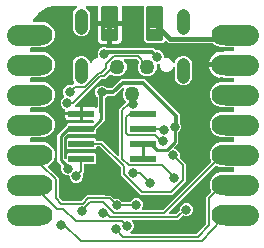
<source format=gbr>
G04 EAGLE Gerber RS-274X export*
G75*
%MOMM*%
%FSLAX34Y34*%
%LPD*%
%INBottom Copper*%
%IPPOS*%
%AMOC8*
5,1,8,0,0,1.08239X$1,22.5*%
G01*
%ADD10C,1.270000*%
%ADD11C,1.108000*%
%ADD12C,1.778000*%
%ADD13C,1.778000*%
%ADD14R,2.200000X0.600000*%
%ADD15C,0.375000*%
%ADD16C,0.800100*%
%ADD17C,0.304800*%
%ADD18C,0.177800*%
%ADD19C,0.203200*%
%ADD20C,0.254000*%
%ADD21C,0.152400*%
%ADD22C,0.406400*%

G36*
X114236Y31128D02*
X114236Y31128D01*
X114324Y31131D01*
X114376Y31148D01*
X114431Y31156D01*
X114511Y31191D01*
X114594Y31218D01*
X114633Y31246D01*
X114691Y31272D01*
X114804Y31368D01*
X114868Y31413D01*
X155612Y72158D01*
X155613Y72159D01*
X155614Y72160D01*
X155700Y72274D01*
X155783Y72385D01*
X155784Y72386D01*
X155785Y72388D01*
X155836Y72523D01*
X155884Y72651D01*
X155884Y72652D01*
X155885Y72654D01*
X155896Y72795D01*
X155908Y72934D01*
X155908Y72935D01*
X155908Y72937D01*
X155904Y72953D01*
X155852Y73213D01*
X155838Y73240D01*
X155832Y73264D01*
X154685Y76033D01*
X154685Y80177D01*
X156271Y84005D01*
X159200Y86934D01*
X163028Y88520D01*
X174244Y88520D01*
X174302Y88528D01*
X174360Y88526D01*
X174442Y88548D01*
X174526Y88560D01*
X174579Y88583D01*
X174635Y88598D01*
X174708Y88641D01*
X174785Y88676D01*
X174830Y88714D01*
X174880Y88743D01*
X174938Y88805D01*
X175002Y88859D01*
X175034Y88908D01*
X175074Y88951D01*
X175113Y89026D01*
X175160Y89096D01*
X175177Y89152D01*
X175204Y89204D01*
X175215Y89272D01*
X175245Y89367D01*
X175248Y89467D01*
X175259Y89535D01*
X175259Y92075D01*
X175251Y92133D01*
X175253Y92191D01*
X175231Y92273D01*
X175219Y92357D01*
X175196Y92410D01*
X175181Y92466D01*
X175138Y92539D01*
X175103Y92616D01*
X175065Y92661D01*
X175036Y92711D01*
X174974Y92769D01*
X174920Y92833D01*
X174871Y92865D01*
X174828Y92905D01*
X174753Y92944D01*
X174683Y92991D01*
X174627Y93008D01*
X174575Y93035D01*
X174507Y93046D01*
X174412Y93076D01*
X174312Y93079D01*
X174244Y93090D01*
X163028Y93090D01*
X159200Y94676D01*
X156271Y97605D01*
X154685Y101433D01*
X154685Y105577D01*
X156271Y109405D01*
X159200Y112334D01*
X163028Y113920D01*
X174244Y113920D01*
X174302Y113928D01*
X174360Y113926D01*
X174442Y113948D01*
X174526Y113960D01*
X174579Y113983D01*
X174635Y113998D01*
X174708Y114041D01*
X174785Y114076D01*
X174830Y114114D01*
X174880Y114143D01*
X174938Y114205D01*
X175002Y114259D01*
X175034Y114308D01*
X175074Y114351D01*
X175113Y114426D01*
X175160Y114496D01*
X175177Y114552D01*
X175204Y114604D01*
X175215Y114672D01*
X175245Y114767D01*
X175248Y114867D01*
X175259Y114935D01*
X175259Y117475D01*
X175251Y117533D01*
X175253Y117591D01*
X175231Y117673D01*
X175219Y117757D01*
X175196Y117810D01*
X175181Y117866D01*
X175138Y117939D01*
X175103Y118016D01*
X175065Y118061D01*
X175036Y118111D01*
X174974Y118169D01*
X174920Y118233D01*
X174871Y118265D01*
X174828Y118305D01*
X174753Y118344D01*
X174683Y118391D01*
X174627Y118408D01*
X174575Y118435D01*
X174507Y118446D01*
X174412Y118476D01*
X174312Y118479D01*
X174244Y118490D01*
X163028Y118490D01*
X159200Y120076D01*
X156271Y123005D01*
X154685Y126833D01*
X154685Y130977D01*
X156271Y134805D01*
X159200Y137734D01*
X163028Y139320D01*
X174244Y139320D01*
X174302Y139328D01*
X174360Y139326D01*
X174442Y139348D01*
X174526Y139360D01*
X174579Y139383D01*
X174635Y139398D01*
X174708Y139441D01*
X174785Y139476D01*
X174830Y139514D01*
X174880Y139543D01*
X174938Y139605D01*
X175002Y139659D01*
X175034Y139708D01*
X175074Y139751D01*
X175113Y139826D01*
X175160Y139896D01*
X175177Y139952D01*
X175204Y140004D01*
X175215Y140072D01*
X175245Y140167D01*
X175248Y140267D01*
X175259Y140335D01*
X175259Y141859D01*
X175251Y141917D01*
X175253Y141975D01*
X175231Y142057D01*
X175219Y142141D01*
X175196Y142194D01*
X175181Y142250D01*
X175138Y142323D01*
X175103Y142400D01*
X175065Y142445D01*
X175036Y142495D01*
X174974Y142553D01*
X174920Y142617D01*
X174871Y142649D01*
X174828Y142689D01*
X174753Y142728D01*
X174683Y142775D01*
X174627Y142792D01*
X174575Y142819D01*
X174507Y142830D01*
X174412Y142860D01*
X174312Y142863D01*
X174244Y142874D01*
X168010Y142874D01*
X167164Y143008D01*
X166880Y143013D01*
X166862Y143008D01*
X166846Y143008D01*
X166677Y142982D01*
X166593Y143043D01*
X166575Y143049D01*
X166555Y143062D01*
X166284Y143148D01*
X166279Y143148D01*
X166275Y143149D01*
X166233Y143156D01*
X164446Y143736D01*
X164438Y143738D01*
X164400Y143750D01*
X164277Y143792D01*
X164264Y143793D01*
X164252Y143797D01*
X164123Y143800D01*
X163993Y143807D01*
X163980Y143804D01*
X163968Y143804D01*
X163843Y143771D01*
X163716Y143742D01*
X163705Y143735D01*
X163693Y143732D01*
X163581Y143666D01*
X163468Y143603D01*
X163459Y143594D01*
X163448Y143587D01*
X163360Y143493D01*
X163268Y143400D01*
X163262Y143389D01*
X163254Y143380D01*
X163195Y143264D01*
X163133Y143150D01*
X163130Y143138D01*
X163124Y143127D01*
X163114Y143064D01*
X163110Y143047D01*
X162423Y143156D01*
X160712Y143712D01*
X159109Y144529D01*
X157653Y145586D01*
X156381Y146858D01*
X155324Y148314D01*
X154507Y149917D01*
X153951Y151628D01*
X153848Y152274D01*
X164084Y152274D01*
X164142Y152282D01*
X164200Y152280D01*
X164282Y152302D01*
X164365Y152314D01*
X164419Y152338D01*
X164475Y152352D01*
X164548Y152395D01*
X164625Y152430D01*
X164669Y152468D01*
X164720Y152498D01*
X164777Y152559D01*
X164842Y152614D01*
X164874Y152662D01*
X164914Y152705D01*
X164953Y152780D01*
X164999Y152850D01*
X165017Y152906D01*
X165044Y152958D01*
X165055Y153026D01*
X165085Y153121D01*
X165088Y153221D01*
X165099Y153289D01*
X165099Y155321D01*
X165091Y155379D01*
X165092Y155437D01*
X165071Y155519D01*
X165059Y155602D01*
X165035Y155656D01*
X165021Y155712D01*
X164978Y155785D01*
X164943Y155862D01*
X164905Y155907D01*
X164875Y155957D01*
X164814Y156015D01*
X164759Y156079D01*
X164711Y156111D01*
X164668Y156151D01*
X164593Y156190D01*
X164523Y156236D01*
X164467Y156254D01*
X164415Y156281D01*
X164347Y156292D01*
X164252Y156322D01*
X164152Y156325D01*
X164084Y156336D01*
X153848Y156336D01*
X153951Y156982D01*
X154507Y158693D01*
X155324Y160296D01*
X156381Y161752D01*
X157653Y163024D01*
X159109Y164081D01*
X160712Y164898D01*
X162423Y165454D01*
X163104Y165562D01*
X163109Y165533D01*
X163114Y165521D01*
X163116Y165509D01*
X163172Y165392D01*
X163225Y165274D01*
X163233Y165264D01*
X163239Y165252D01*
X163325Y165155D01*
X163409Y165057D01*
X163419Y165050D01*
X163428Y165040D01*
X163537Y164971D01*
X163645Y164899D01*
X163657Y164895D01*
X163668Y164888D01*
X163792Y164853D01*
X163916Y164813D01*
X163929Y164813D01*
X163941Y164809D01*
X164070Y164809D01*
X164200Y164806D01*
X164213Y164809D01*
X164225Y164809D01*
X164286Y164828D01*
X164475Y164878D01*
X164495Y164890D01*
X166233Y165454D01*
X166275Y165461D01*
X166390Y165496D01*
X166507Y165527D01*
X166526Y165538D01*
X166547Y165544D01*
X166648Y165610D01*
X166678Y165628D01*
X166846Y165602D01*
X167130Y165597D01*
X167148Y165602D01*
X167164Y165602D01*
X168010Y165736D01*
X174244Y165736D01*
X174302Y165744D01*
X174360Y165742D01*
X174442Y165764D01*
X174526Y165776D01*
X174579Y165799D01*
X174635Y165814D01*
X174708Y165857D01*
X174785Y165892D01*
X174830Y165930D01*
X174880Y165959D01*
X174938Y166021D01*
X175002Y166075D01*
X175034Y166124D01*
X175074Y166167D01*
X175113Y166242D01*
X175160Y166312D01*
X175177Y166368D01*
X175204Y166420D01*
X175215Y166488D01*
X175245Y166583D01*
X175248Y166683D01*
X175259Y166751D01*
X175259Y168275D01*
X175251Y168333D01*
X175253Y168391D01*
X175231Y168473D01*
X175219Y168557D01*
X175196Y168610D01*
X175181Y168666D01*
X175138Y168739D01*
X175103Y168816D01*
X175065Y168861D01*
X175036Y168911D01*
X174974Y168969D01*
X174920Y169033D01*
X174871Y169065D01*
X174828Y169105D01*
X174753Y169144D01*
X174683Y169191D01*
X174627Y169208D01*
X174575Y169235D01*
X174507Y169246D01*
X174412Y169276D01*
X174312Y169279D01*
X174244Y169290D01*
X163028Y169290D01*
X159200Y170876D01*
X157527Y172549D01*
X157458Y172601D01*
X157394Y172661D01*
X157344Y172687D01*
X157300Y172720D01*
X157219Y172751D01*
X157141Y172791D01*
X157093Y172799D01*
X157035Y172821D01*
X156887Y172833D01*
X156810Y172846D01*
X121192Y172846D01*
X121184Y172845D01*
X121177Y172846D01*
X119706Y172825D01*
X118666Y173865D01*
X118659Y173870D01*
X118655Y173876D01*
X118104Y174411D01*
X118063Y174441D01*
X118027Y174478D01*
X117948Y174525D01*
X117874Y174579D01*
X117826Y174596D01*
X117782Y174622D01*
X117693Y174645D01*
X117607Y174676D01*
X117556Y174679D01*
X117507Y174692D01*
X117415Y174689D01*
X117323Y174695D01*
X117273Y174685D01*
X117222Y174683D01*
X117135Y174655D01*
X117046Y174635D01*
X117000Y174611D01*
X116952Y174596D01*
X116893Y174553D01*
X116795Y174501D01*
X116731Y174438D01*
X116679Y174401D01*
X114983Y172705D01*
X100917Y172705D01*
X98925Y174697D01*
X98925Y203454D01*
X98917Y203512D01*
X98919Y203570D01*
X98897Y203652D01*
X98885Y203736D01*
X98862Y203789D01*
X98847Y203845D01*
X98804Y203918D01*
X98769Y203995D01*
X98731Y204040D01*
X98702Y204090D01*
X98640Y204148D01*
X98586Y204212D01*
X98537Y204244D01*
X98494Y204284D01*
X98419Y204323D01*
X98349Y204370D01*
X98293Y204387D01*
X98241Y204414D01*
X98173Y204425D01*
X98078Y204455D01*
X97978Y204458D01*
X97910Y204469D01*
X80803Y204469D01*
X80755Y204462D01*
X80706Y204465D01*
X80615Y204443D01*
X80522Y204429D01*
X80477Y204409D01*
X80430Y204398D01*
X80348Y204352D01*
X80262Y204313D01*
X80225Y204282D01*
X80183Y204258D01*
X80117Y204190D01*
X80045Y204130D01*
X80018Y204089D01*
X79984Y204054D01*
X79940Y203971D01*
X79888Y203893D01*
X79873Y203846D01*
X79850Y203803D01*
X79830Y203711D01*
X79802Y203622D01*
X79801Y203573D01*
X79790Y203525D01*
X79797Y203451D01*
X79795Y203338D01*
X79816Y203254D01*
X79822Y203191D01*
X79891Y202936D01*
X79891Y191261D01*
X70866Y191261D01*
X70808Y191253D01*
X70750Y191254D01*
X70668Y191233D01*
X70585Y191221D01*
X70531Y191197D01*
X70475Y191183D01*
X70402Y191140D01*
X70325Y191105D01*
X70281Y191067D01*
X70230Y191037D01*
X70173Y190976D01*
X70108Y190921D01*
X70076Y190873D01*
X70036Y190830D01*
X69997Y190755D01*
X69951Y190685D01*
X69933Y190629D01*
X69906Y190577D01*
X69895Y190509D01*
X69865Y190414D01*
X69862Y190314D01*
X69851Y190246D01*
X69851Y189229D01*
X69849Y189229D01*
X69849Y190246D01*
X69841Y190304D01*
X69842Y190362D01*
X69821Y190444D01*
X69809Y190527D01*
X69785Y190581D01*
X69771Y190637D01*
X69728Y190710D01*
X69693Y190787D01*
X69655Y190831D01*
X69625Y190882D01*
X69564Y190939D01*
X69509Y191004D01*
X69461Y191036D01*
X69418Y191076D01*
X69343Y191115D01*
X69273Y191161D01*
X69217Y191179D01*
X69165Y191206D01*
X69097Y191217D01*
X69002Y191247D01*
X68902Y191250D01*
X68834Y191261D01*
X59809Y191261D01*
X59809Y202936D01*
X59878Y203191D01*
X59883Y203240D01*
X59898Y203286D01*
X59901Y203380D01*
X59912Y203473D01*
X59904Y203522D01*
X59905Y203570D01*
X59882Y203661D01*
X59867Y203754D01*
X59846Y203798D01*
X59834Y203845D01*
X59786Y203926D01*
X59746Y204011D01*
X59713Y204048D01*
X59688Y204090D01*
X59620Y204154D01*
X59558Y204225D01*
X59517Y204251D01*
X59481Y204284D01*
X59398Y204327D01*
X59318Y204378D01*
X59271Y204392D01*
X59228Y204414D01*
X59155Y204426D01*
X59046Y204458D01*
X58959Y204459D01*
X58897Y204469D01*
X50383Y204469D01*
X50354Y204465D01*
X50325Y204468D01*
X50213Y204445D01*
X50101Y204429D01*
X50075Y204417D01*
X50046Y204412D01*
X49945Y204359D01*
X49842Y204313D01*
X49820Y204294D01*
X49793Y204281D01*
X49711Y204203D01*
X49625Y204130D01*
X49609Y204105D01*
X49587Y204085D01*
X49530Y203987D01*
X49467Y203893D01*
X49458Y203865D01*
X49444Y203840D01*
X49416Y203730D01*
X49382Y203622D01*
X49381Y203592D01*
X49374Y203564D01*
X49377Y203451D01*
X49374Y203338D01*
X49382Y203309D01*
X49383Y203280D01*
X49417Y203172D01*
X49446Y203063D01*
X49461Y203037D01*
X49470Y203009D01*
X49516Y202946D01*
X49591Y202818D01*
X49637Y202775D01*
X49665Y202736D01*
X51689Y200712D01*
X52765Y198115D01*
X52765Y184225D01*
X51689Y181628D01*
X49702Y179641D01*
X47105Y178565D01*
X44295Y178565D01*
X41698Y179641D01*
X39711Y181628D01*
X38635Y184225D01*
X38635Y198115D01*
X39711Y200712D01*
X41735Y202736D01*
X41753Y202760D01*
X41775Y202779D01*
X41838Y202873D01*
X41906Y202963D01*
X41916Y202991D01*
X41933Y203015D01*
X41967Y203123D01*
X42007Y203229D01*
X42010Y203258D01*
X42018Y203286D01*
X42021Y203400D01*
X42031Y203512D01*
X42025Y203541D01*
X42026Y203570D01*
X41997Y203680D01*
X41975Y203791D01*
X41961Y203817D01*
X41954Y203845D01*
X41896Y203943D01*
X41844Y204043D01*
X41824Y204065D01*
X41809Y204090D01*
X41726Y204167D01*
X41648Y204249D01*
X41623Y204264D01*
X41601Y204284D01*
X41501Y204336D01*
X41403Y204393D01*
X41374Y204400D01*
X41348Y204414D01*
X41271Y204427D01*
X41127Y204463D01*
X41065Y204461D01*
X41017Y204469D01*
X25400Y204469D01*
X25356Y204463D01*
X25320Y204466D01*
X21903Y204197D01*
X21794Y204173D01*
X21713Y204161D01*
X21699Y204155D01*
X21669Y204151D01*
X15169Y202039D01*
X14914Y201914D01*
X14900Y201901D01*
X14886Y201895D01*
X9357Y197877D01*
X9153Y197680D01*
X9144Y197664D01*
X9133Y197653D01*
X5115Y192124D01*
X4982Y191873D01*
X4978Y191855D01*
X4971Y191841D01*
X4844Y191449D01*
X4831Y191375D01*
X4808Y191303D01*
X4806Y191235D01*
X4795Y191169D01*
X4803Y191094D01*
X4801Y191019D01*
X4818Y190953D01*
X4825Y190886D01*
X4854Y190816D01*
X4873Y190744D01*
X4907Y190686D01*
X4933Y190623D01*
X4979Y190564D01*
X5018Y190499D01*
X5067Y190453D01*
X5109Y190400D01*
X5170Y190356D01*
X5225Y190305D01*
X5285Y190274D01*
X5340Y190235D01*
X5411Y190210D01*
X5478Y190175D01*
X5535Y190166D01*
X5608Y190140D01*
X5734Y190132D01*
X5809Y190120D01*
X14772Y190120D01*
X18600Y188534D01*
X21529Y185605D01*
X23115Y181777D01*
X23115Y177633D01*
X21529Y173805D01*
X18600Y170876D01*
X14772Y169290D01*
X3556Y169290D01*
X3498Y169282D01*
X3440Y169284D01*
X3358Y169262D01*
X3274Y169250D01*
X3221Y169227D01*
X3165Y169212D01*
X3092Y169169D01*
X3015Y169134D01*
X2970Y169096D01*
X2920Y169067D01*
X2862Y169005D01*
X2798Y168951D01*
X2766Y168902D01*
X2726Y168859D01*
X2687Y168784D01*
X2640Y168714D01*
X2623Y168658D01*
X2596Y168606D01*
X2585Y168538D01*
X2555Y168443D01*
X2552Y168343D01*
X2541Y168275D01*
X2541Y165735D01*
X2549Y165677D01*
X2547Y165619D01*
X2569Y165537D01*
X2581Y165453D01*
X2604Y165400D01*
X2619Y165344D01*
X2662Y165271D01*
X2697Y165194D01*
X2735Y165149D01*
X2764Y165099D01*
X2826Y165041D01*
X2880Y164977D01*
X2929Y164945D01*
X2972Y164905D01*
X3047Y164866D01*
X3117Y164819D01*
X3173Y164802D01*
X3225Y164775D01*
X3293Y164764D01*
X3388Y164734D01*
X3488Y164731D01*
X3556Y164720D01*
X14772Y164720D01*
X18600Y163134D01*
X21529Y160205D01*
X23115Y156377D01*
X23115Y152233D01*
X21529Y148405D01*
X18600Y145476D01*
X14772Y143890D01*
X3556Y143890D01*
X3498Y143882D01*
X3440Y143884D01*
X3358Y143862D01*
X3274Y143850D01*
X3221Y143827D01*
X3165Y143812D01*
X3092Y143769D01*
X3015Y143734D01*
X2970Y143696D01*
X2920Y143667D01*
X2862Y143605D01*
X2798Y143551D01*
X2766Y143502D01*
X2726Y143459D01*
X2687Y143384D01*
X2640Y143314D01*
X2623Y143258D01*
X2596Y143206D01*
X2585Y143138D01*
X2555Y143043D01*
X2552Y142943D01*
X2541Y142875D01*
X2541Y140335D01*
X2549Y140277D01*
X2547Y140219D01*
X2569Y140137D01*
X2581Y140053D01*
X2604Y140000D01*
X2619Y139944D01*
X2662Y139871D01*
X2697Y139794D01*
X2735Y139749D01*
X2764Y139699D01*
X2826Y139641D01*
X2880Y139577D01*
X2929Y139545D01*
X2972Y139505D01*
X3047Y139466D01*
X3117Y139419D01*
X3173Y139402D01*
X3225Y139375D01*
X3293Y139364D01*
X3388Y139334D01*
X3488Y139331D01*
X3556Y139320D01*
X14772Y139320D01*
X18600Y137734D01*
X21529Y134805D01*
X23115Y130977D01*
X23115Y126833D01*
X21529Y123005D01*
X18600Y120076D01*
X14772Y118490D01*
X3556Y118490D01*
X3498Y118482D01*
X3440Y118484D01*
X3358Y118462D01*
X3274Y118450D01*
X3221Y118427D01*
X3165Y118412D01*
X3092Y118369D01*
X3015Y118334D01*
X2970Y118296D01*
X2920Y118267D01*
X2862Y118205D01*
X2798Y118151D01*
X2766Y118102D01*
X2726Y118059D01*
X2687Y117984D01*
X2640Y117914D01*
X2623Y117858D01*
X2596Y117806D01*
X2585Y117738D01*
X2555Y117643D01*
X2552Y117543D01*
X2541Y117475D01*
X2541Y114935D01*
X2549Y114877D01*
X2547Y114819D01*
X2569Y114737D01*
X2581Y114653D01*
X2604Y114600D01*
X2619Y114544D01*
X2662Y114471D01*
X2697Y114394D01*
X2735Y114349D01*
X2764Y114299D01*
X2826Y114241D01*
X2880Y114177D01*
X2929Y114145D01*
X2972Y114105D01*
X3047Y114066D01*
X3117Y114019D01*
X3173Y114002D01*
X3225Y113975D01*
X3293Y113964D01*
X3388Y113934D01*
X3488Y113931D01*
X3556Y113920D01*
X14772Y113920D01*
X18600Y112334D01*
X21529Y109405D01*
X23115Y105577D01*
X23115Y101433D01*
X21529Y97605D01*
X18600Y94676D01*
X14772Y93090D01*
X3556Y93090D01*
X3498Y93082D01*
X3440Y93084D01*
X3358Y93062D01*
X3274Y93050D01*
X3221Y93027D01*
X3165Y93012D01*
X3092Y92969D01*
X3015Y92934D01*
X2970Y92896D01*
X2920Y92867D01*
X2862Y92805D01*
X2798Y92751D01*
X2766Y92702D01*
X2726Y92659D01*
X2687Y92584D01*
X2640Y92514D01*
X2623Y92458D01*
X2596Y92406D01*
X2585Y92338D01*
X2555Y92243D01*
X2552Y92143D01*
X2541Y92075D01*
X2541Y89535D01*
X2549Y89477D01*
X2547Y89419D01*
X2569Y89337D01*
X2581Y89253D01*
X2604Y89200D01*
X2619Y89144D01*
X2662Y89071D01*
X2697Y88994D01*
X2735Y88949D01*
X2764Y88899D01*
X2826Y88841D01*
X2880Y88777D01*
X2929Y88745D01*
X2972Y88705D01*
X3047Y88666D01*
X3117Y88619D01*
X3173Y88602D01*
X3225Y88575D01*
X3293Y88564D01*
X3388Y88534D01*
X3488Y88531D01*
X3556Y88520D01*
X14772Y88520D01*
X18600Y86934D01*
X21529Y84005D01*
X23115Y80177D01*
X23115Y76033D01*
X21529Y72205D01*
X18600Y69276D01*
X17831Y68958D01*
X17732Y68899D01*
X17630Y68846D01*
X17610Y68827D01*
X17586Y68813D01*
X17507Y68730D01*
X17424Y68650D01*
X17410Y68626D01*
X17391Y68606D01*
X17339Y68504D01*
X17280Y68405D01*
X17274Y68378D01*
X17261Y68354D01*
X17239Y68241D01*
X17210Y68130D01*
X17211Y68102D01*
X17206Y68075D01*
X17216Y67960D01*
X17219Y67846D01*
X17228Y67819D01*
X17230Y67792D01*
X17272Y67684D01*
X17307Y67575D01*
X17321Y67555D01*
X17332Y67526D01*
X17494Y67313D01*
X17502Y67302D01*
X17504Y67300D01*
X17504Y67299D01*
X26417Y58387D01*
X26417Y42822D01*
X26429Y42736D01*
X26432Y42648D01*
X26449Y42596D01*
X26457Y42541D01*
X26492Y42461D01*
X26519Y42378D01*
X26547Y42339D01*
X26573Y42281D01*
X26669Y42168D01*
X26677Y42157D01*
X26686Y42141D01*
X26692Y42135D01*
X26714Y42104D01*
X29404Y39414D01*
X29474Y39362D01*
X29538Y39302D01*
X29588Y39276D01*
X29632Y39243D01*
X29713Y39212D01*
X29791Y39172D01*
X29839Y39164D01*
X29897Y39142D01*
X30045Y39130D01*
X30122Y39117D01*
X45443Y39117D01*
X45529Y39129D01*
X45617Y39132D01*
X45669Y39149D01*
X45724Y39157D01*
X45804Y39192D01*
X45887Y39219D01*
X45926Y39247D01*
X45984Y39273D01*
X46097Y39369D01*
X46161Y39414D01*
X50435Y43689D01*
X65699Y43689D01*
X65700Y43688D01*
X65781Y43657D01*
X65859Y43617D01*
X65907Y43609D01*
X65965Y43587D01*
X66113Y43575D01*
X66190Y43562D01*
X70670Y43562D01*
X73270Y40962D01*
X73272Y40961D01*
X73272Y40959D01*
X73381Y40878D01*
X73497Y40791D01*
X73499Y40790D01*
X73500Y40789D01*
X73629Y40741D01*
X73763Y40690D01*
X73765Y40689D01*
X73766Y40689D01*
X73904Y40678D01*
X74046Y40666D01*
X74048Y40666D01*
X74050Y40666D01*
X74065Y40670D01*
X74325Y40722D01*
X74352Y40736D01*
X74377Y40742D01*
X74593Y40831D01*
X76791Y40831D01*
X78822Y39990D01*
X80447Y38365D01*
X80452Y38356D01*
X80453Y38355D01*
X80454Y38353D01*
X80558Y38256D01*
X80659Y38161D01*
X80660Y38160D01*
X80662Y38159D01*
X80789Y38093D01*
X80911Y38030D01*
X80913Y38030D01*
X80915Y38029D01*
X80932Y38026D01*
X81190Y37975D01*
X81221Y37978D01*
X81246Y37974D01*
X86565Y37974D01*
X86566Y37974D01*
X86568Y37974D01*
X86709Y37994D01*
X86846Y38014D01*
X86848Y38014D01*
X86849Y38014D01*
X86979Y38073D01*
X87106Y38130D01*
X87107Y38131D01*
X87108Y38132D01*
X87218Y38225D01*
X87323Y38313D01*
X87324Y38315D01*
X87325Y38316D01*
X87333Y38329D01*
X87480Y38550D01*
X87490Y38579D01*
X87503Y38601D01*
X87645Y38944D01*
X89199Y40498D01*
X91230Y41339D01*
X93428Y41339D01*
X95459Y40498D01*
X97013Y38944D01*
X97854Y36913D01*
X97854Y34715D01*
X96945Y32520D01*
X96916Y32408D01*
X96882Y32299D01*
X96881Y32271D01*
X96874Y32244D01*
X96877Y32130D01*
X96874Y32015D01*
X96881Y31988D01*
X96882Y31960D01*
X96917Y31851D01*
X96946Y31740D01*
X96960Y31716D01*
X96969Y31689D01*
X97033Y31594D01*
X97091Y31495D01*
X97112Y31476D01*
X97127Y31453D01*
X97215Y31379D01*
X97299Y31301D01*
X97323Y31288D01*
X97345Y31270D01*
X97449Y31224D01*
X97552Y31171D01*
X97576Y31167D01*
X97604Y31155D01*
X97868Y31118D01*
X97883Y31116D01*
X114150Y31116D01*
X114236Y31128D01*
G37*
%LPC*%
G36*
X95827Y44195D02*
X95827Y44195D01*
X79247Y60775D01*
X79247Y67339D01*
X79235Y67426D01*
X79232Y67513D01*
X79215Y67566D01*
X79207Y67621D01*
X79172Y67701D01*
X79145Y67784D01*
X79117Y67823D01*
X79091Y67880D01*
X78995Y67993D01*
X78950Y68057D01*
X62088Y84919D01*
X62018Y84971D01*
X61954Y85031D01*
X61905Y85057D01*
X61861Y85090D01*
X61779Y85121D01*
X61701Y85161D01*
X61654Y85169D01*
X61595Y85191D01*
X61448Y85203D01*
X61370Y85216D01*
X59295Y85216D01*
X59237Y85208D01*
X59179Y85210D01*
X59097Y85188D01*
X59013Y85176D01*
X58960Y85153D01*
X58904Y85138D01*
X58831Y85095D01*
X58754Y85060D01*
X58709Y85022D01*
X58659Y84993D01*
X58601Y84931D01*
X58537Y84877D01*
X58505Y84828D01*
X58465Y84785D01*
X58426Y84710D01*
X58379Y84640D01*
X58362Y84584D01*
X58335Y84532D01*
X58324Y84464D01*
X58294Y84369D01*
X58291Y84269D01*
X58280Y84201D01*
X58280Y83871D01*
X57387Y82978D01*
X34123Y82978D01*
X33230Y83871D01*
X33230Y91135D01*
X34123Y92028D01*
X57387Y92028D01*
X58280Y91135D01*
X58280Y90805D01*
X58288Y90747D01*
X58286Y90689D01*
X58308Y90607D01*
X58320Y90523D01*
X58343Y90470D01*
X58358Y90414D01*
X58401Y90341D01*
X58436Y90264D01*
X58474Y90219D01*
X58503Y90169D01*
X58565Y90111D01*
X58619Y90047D01*
X58668Y90015D01*
X58711Y89975D01*
X58786Y89936D01*
X58856Y89889D01*
X58912Y89872D01*
X58964Y89845D01*
X59032Y89834D01*
X59127Y89804D01*
X59227Y89801D01*
X59295Y89790D01*
X63685Y89790D01*
X76244Y77231D01*
X76268Y77213D01*
X76287Y77191D01*
X76381Y77128D01*
X76471Y77060D01*
X76499Y77049D01*
X76523Y77033D01*
X76631Y76999D01*
X76737Y76959D01*
X76766Y76956D01*
X76794Y76947D01*
X76908Y76944D01*
X77020Y76935D01*
X77049Y76941D01*
X77078Y76940D01*
X77188Y76969D01*
X77299Y76991D01*
X77325Y77005D01*
X77353Y77012D01*
X77451Y77070D01*
X77551Y77122D01*
X77573Y77142D01*
X77598Y77157D01*
X77675Y77240D01*
X77757Y77318D01*
X77772Y77343D01*
X77792Y77364D01*
X77844Y77465D01*
X77901Y77563D01*
X77908Y77591D01*
X77922Y77618D01*
X77935Y77695D01*
X77971Y77839D01*
X77969Y77901D01*
X77977Y77949D01*
X77977Y117078D01*
X79688Y118789D01*
X79689Y118789D01*
X83384Y122484D01*
X83419Y122531D01*
X83461Y122571D01*
X83504Y122644D01*
X83554Y122711D01*
X83575Y122766D01*
X83605Y122816D01*
X83626Y122898D01*
X83656Y122977D01*
X83661Y123035D01*
X83675Y123092D01*
X83672Y123176D01*
X83679Y123260D01*
X83668Y123318D01*
X83666Y123376D01*
X83640Y123456D01*
X83623Y123539D01*
X83596Y123591D01*
X83578Y123647D01*
X83538Y123703D01*
X83492Y123791D01*
X83424Y123864D01*
X83384Y123920D01*
X82224Y125079D01*
X81025Y127974D01*
X81025Y131106D01*
X81830Y133049D01*
X81851Y133132D01*
X81882Y133213D01*
X81887Y133269D01*
X81901Y133325D01*
X81898Y133410D01*
X81906Y133496D01*
X81894Y133552D01*
X81893Y133609D01*
X81867Y133690D01*
X81850Y133775D01*
X81824Y133825D01*
X81806Y133879D01*
X81758Y133951D01*
X81719Y134027D01*
X81680Y134068D01*
X81648Y134116D01*
X81582Y134171D01*
X81523Y134233D01*
X81474Y134262D01*
X81430Y134299D01*
X81352Y134333D01*
X81278Y134377D01*
X81223Y134391D01*
X81171Y134414D01*
X81085Y134426D01*
X81002Y134447D01*
X80945Y134445D01*
X80889Y134453D01*
X80804Y134441D01*
X80718Y134438D01*
X80664Y134420D01*
X80608Y134412D01*
X80529Y134377D01*
X80448Y134350D01*
X80407Y134322D01*
X80348Y134295D01*
X80238Y134201D01*
X80174Y134156D01*
X76244Y130226D01*
X76244Y130225D01*
X74161Y128142D01*
X68432Y128142D01*
X68345Y128130D01*
X68258Y128127D01*
X68205Y128110D01*
X68150Y128102D01*
X68070Y128067D01*
X67987Y128040D01*
X67948Y128012D01*
X67891Y127986D01*
X67778Y127890D01*
X67714Y127845D01*
X66376Y126507D01*
X66286Y126470D01*
X66285Y126469D01*
X66284Y126469D01*
X66163Y126397D01*
X66042Y126325D01*
X66041Y126324D01*
X66039Y126323D01*
X65938Y126216D01*
X65846Y126119D01*
X65846Y126117D01*
X65845Y126116D01*
X65779Y125987D01*
X65716Y125866D01*
X65716Y125864D01*
X65715Y125863D01*
X65713Y125848D01*
X65661Y125587D01*
X65664Y125557D01*
X65660Y125532D01*
X65660Y113404D01*
X65651Y113392D01*
X65591Y113328D01*
X65565Y113279D01*
X65532Y113234D01*
X65501Y113153D01*
X65461Y113075D01*
X65453Y113027D01*
X65431Y112969D01*
X65419Y112821D01*
X65406Y112744D01*
X65406Y107046D01*
X58577Y100218D01*
X58525Y100148D01*
X58465Y100084D01*
X58439Y100035D01*
X58406Y99991D01*
X58375Y99909D01*
X58335Y99831D01*
X58327Y99783D01*
X58305Y99725D01*
X58293Y99577D01*
X58280Y99500D01*
X58280Y96571D01*
X57387Y95678D01*
X34646Y95678D01*
X34560Y95666D01*
X34472Y95663D01*
X34419Y95646D01*
X34365Y95638D01*
X34285Y95603D01*
X34202Y95576D01*
X34162Y95548D01*
X34105Y95522D01*
X33992Y95426D01*
X33928Y95381D01*
X31413Y92866D01*
X31361Y92796D01*
X31301Y92732D01*
X31275Y92683D01*
X31242Y92639D01*
X31211Y92557D01*
X31171Y92479D01*
X31163Y92431D01*
X31141Y92373D01*
X31129Y92225D01*
X31116Y92148D01*
X31116Y75111D01*
X31128Y75025D01*
X31131Y74937D01*
X31148Y74885D01*
X31156Y74830D01*
X31191Y74750D01*
X31218Y74667D01*
X31246Y74627D01*
X31272Y74570D01*
X31367Y74457D01*
X31413Y74393D01*
X31497Y74309D01*
X31521Y74292D01*
X31540Y74269D01*
X31634Y74206D01*
X31724Y74138D01*
X31752Y74128D01*
X31776Y74112D01*
X31884Y74077D01*
X31990Y74037D01*
X32019Y74035D01*
X32047Y74026D01*
X32160Y74023D01*
X32273Y74014D01*
X32302Y74019D01*
X32331Y74019D01*
X32441Y74047D01*
X32552Y74069D01*
X32578Y74083D01*
X32606Y74090D01*
X32704Y74148D01*
X32804Y74200D01*
X32826Y74221D01*
X32851Y74236D01*
X32928Y74318D01*
X33010Y74396D01*
X33025Y74421D01*
X33045Y74443D01*
X33097Y74544D01*
X33154Y74641D01*
X33161Y74670D01*
X33175Y74696D01*
X33188Y74773D01*
X33224Y74917D01*
X33222Y74979D01*
X33230Y75027D01*
X33230Y78435D01*
X34123Y79328D01*
X57387Y79328D01*
X58280Y78435D01*
X58280Y71171D01*
X57387Y70278D01*
X49057Y70278D01*
X48999Y70270D01*
X48941Y70272D01*
X48859Y70250D01*
X48775Y70238D01*
X48722Y70215D01*
X48666Y70200D01*
X48593Y70157D01*
X48516Y70122D01*
X48471Y70084D01*
X48421Y70055D01*
X48363Y69993D01*
X48299Y69939D01*
X48267Y69890D01*
X48227Y69847D01*
X48188Y69772D01*
X48141Y69702D01*
X48124Y69646D01*
X48097Y69594D01*
X48086Y69526D01*
X48056Y69431D01*
X48053Y69331D01*
X48042Y69263D01*
X48042Y63595D01*
X46992Y62546D01*
X46991Y62544D01*
X46990Y62543D01*
X46907Y62433D01*
X46821Y62318D01*
X46820Y62317D01*
X46819Y62316D01*
X46772Y62189D01*
X46720Y62053D01*
X46720Y62051D01*
X46719Y62050D01*
X46707Y61904D01*
X46696Y61769D01*
X46697Y61768D01*
X46696Y61766D01*
X46700Y61751D01*
X46752Y61491D01*
X46766Y61464D01*
X46772Y61439D01*
X46861Y61223D01*
X46861Y59025D01*
X46020Y56994D01*
X44466Y55440D01*
X42435Y54599D01*
X40237Y54599D01*
X38206Y55440D01*
X36652Y56994D01*
X35811Y59025D01*
X35811Y59754D01*
X35803Y59811D01*
X35804Y59870D01*
X35783Y59951D01*
X35771Y60035D01*
X35747Y60088D01*
X35732Y60145D01*
X35689Y60217D01*
X35655Y60294D01*
X35617Y60339D01*
X35587Y60389D01*
X35526Y60447D01*
X35471Y60511D01*
X35423Y60544D01*
X35380Y60584D01*
X35305Y60622D01*
X35235Y60669D01*
X35179Y60687D01*
X35127Y60713D01*
X35059Y60725D01*
X34964Y60755D01*
X34864Y60757D01*
X34796Y60769D01*
X32937Y60769D01*
X30906Y61610D01*
X29352Y63164D01*
X28511Y65195D01*
X28511Y67393D01*
X28836Y68179D01*
X28837Y68181D01*
X28838Y68182D01*
X28871Y68314D01*
X28907Y68454D01*
X28907Y68456D01*
X28908Y68457D01*
X28903Y68596D01*
X28899Y68738D01*
X28899Y68740D01*
X28899Y68742D01*
X28857Y68872D01*
X28812Y69009D01*
X28812Y69011D01*
X28811Y69012D01*
X28803Y69024D01*
X28654Y69245D01*
X28631Y69265D01*
X28616Y69285D01*
X25526Y72375D01*
X25526Y94884D01*
X32933Y102290D01*
X32985Y102360D01*
X33045Y102424D01*
X33071Y102473D01*
X33104Y102517D01*
X33135Y102599D01*
X33175Y102677D01*
X33183Y102725D01*
X33205Y102783D01*
X33217Y102931D01*
X33230Y103008D01*
X33230Y103835D01*
X34123Y104728D01*
X54762Y104728D01*
X54848Y104740D01*
X54936Y104743D01*
X54988Y104760D01*
X55043Y104768D01*
X55123Y104803D01*
X55206Y104830D01*
X55246Y104858D01*
X55303Y104884D01*
X55416Y104980D01*
X55480Y105025D01*
X56084Y105629D01*
X56101Y105653D01*
X56124Y105672D01*
X56187Y105766D01*
X56255Y105856D01*
X56265Y105884D01*
X56281Y105908D01*
X56316Y106016D01*
X56356Y106122D01*
X56358Y106151D01*
X56367Y106179D01*
X56370Y106293D01*
X56379Y106405D01*
X56374Y106434D01*
X56374Y106463D01*
X56346Y106573D01*
X56324Y106684D01*
X56310Y106710D01*
X56303Y106738D01*
X56245Y106836D01*
X56193Y106936D01*
X56172Y106958D01*
X56157Y106983D01*
X56075Y107060D01*
X55997Y107142D01*
X55972Y107157D01*
X55950Y107177D01*
X55849Y107229D01*
X55752Y107286D01*
X55723Y107293D01*
X55697Y107307D01*
X55620Y107320D01*
X55476Y107356D01*
X55414Y107354D01*
X55366Y107362D01*
X47254Y107362D01*
X47254Y112419D01*
X47246Y112477D01*
X47248Y112535D01*
X47226Y112617D01*
X47214Y112700D01*
X47191Y112754D01*
X47176Y112810D01*
X47133Y112883D01*
X47124Y112902D01*
X47155Y112948D01*
X47172Y113004D01*
X47199Y113056D01*
X47210Y113124D01*
X47240Y113219D01*
X47243Y113319D01*
X47254Y113387D01*
X47254Y118444D01*
X57089Y118444D01*
X57736Y118271D01*
X58039Y118095D01*
X58076Y118081D01*
X58108Y118059D01*
X58207Y118028D01*
X58303Y117989D01*
X58342Y117985D01*
X58379Y117973D01*
X58483Y117971D01*
X58586Y117960D01*
X58624Y117967D01*
X58663Y117966D01*
X58764Y117992D01*
X58866Y118010D01*
X58901Y118028D01*
X58938Y118038D01*
X59027Y118091D01*
X59120Y118137D01*
X59149Y118163D01*
X59183Y118183D01*
X59254Y118259D01*
X59330Y118328D01*
X59351Y118362D01*
X59377Y118390D01*
X59425Y118483D01*
X59479Y118571D01*
X59489Y118609D01*
X59507Y118643D01*
X59520Y118720D01*
X59554Y118845D01*
X59553Y118919D01*
X59562Y118974D01*
X59562Y126640D01*
X59550Y126727D01*
X59547Y126814D01*
X59530Y126867D01*
X59522Y126922D01*
X59487Y127002D01*
X59460Y127085D01*
X59432Y127124D01*
X59406Y127181D01*
X59310Y127294D01*
X59265Y127358D01*
X58562Y128061D01*
X57721Y130092D01*
X57721Y132290D01*
X58562Y134321D01*
X60116Y135875D01*
X62147Y136716D01*
X64345Y136716D01*
X66376Y135875D01*
X67714Y134537D01*
X67784Y134485D01*
X67847Y134425D01*
X67897Y134399D01*
X67941Y134366D01*
X68023Y134335D01*
X68101Y134295D01*
X68148Y134287D01*
X68207Y134265D01*
X68354Y134253D01*
X68432Y134240D01*
X71215Y134240D01*
X71301Y134252D01*
X71389Y134255D01*
X71441Y134272D01*
X71496Y134280D01*
X71576Y134315D01*
X71659Y134342D01*
X71698Y134370D01*
X71756Y134396D01*
X71869Y134492D01*
X71933Y134537D01*
X79509Y142114D01*
X99180Y142114D01*
X129033Y112261D01*
X129033Y105643D01*
X129045Y105556D01*
X129048Y105469D01*
X129065Y105416D01*
X129073Y105361D01*
X129108Y105281D01*
X129135Y105198D01*
X129163Y105159D01*
X129189Y105102D01*
X129285Y104988D01*
X129330Y104925D01*
X129398Y104857D01*
X130239Y102826D01*
X130239Y100628D01*
X129398Y98597D01*
X127806Y97005D01*
X127754Y96935D01*
X127694Y96872D01*
X127668Y96822D01*
X127635Y96778D01*
X127604Y96696D01*
X127564Y96618D01*
X127556Y96571D01*
X127534Y96512D01*
X127522Y96365D01*
X127509Y96287D01*
X127509Y87996D01*
X124352Y84840D01*
X124283Y84748D01*
X124209Y84660D01*
X124198Y84635D01*
X124182Y84613D01*
X124141Y84506D01*
X124094Y84401D01*
X124090Y84373D01*
X124080Y84347D01*
X124071Y84233D01*
X124055Y84119D01*
X124059Y84091D01*
X124057Y84064D01*
X124079Y83951D01*
X124096Y83838D01*
X124107Y83812D01*
X124113Y83785D01*
X124166Y83683D01*
X124213Y83579D01*
X124231Y83557D01*
X124244Y83533D01*
X124323Y83450D01*
X124397Y83362D01*
X124418Y83349D01*
X124439Y83327D01*
X124669Y83192D01*
X124682Y83184D01*
X126897Y82267D01*
X128451Y80712D01*
X129293Y78682D01*
X129293Y76484D01*
X129203Y76267D01*
X129203Y76266D01*
X129202Y76264D01*
X129168Y76132D01*
X129132Y75992D01*
X129132Y75990D01*
X129132Y75989D01*
X129136Y75841D01*
X129140Y75708D01*
X129141Y75706D01*
X129141Y75705D01*
X129185Y75569D01*
X129227Y75437D01*
X129228Y75436D01*
X129228Y75434D01*
X129237Y75422D01*
X129385Y75201D01*
X129409Y75181D01*
X129423Y75161D01*
X134367Y70217D01*
X134367Y55695D01*
X122867Y44195D01*
X95827Y44195D01*
G37*
%LPD*%
%LPC*%
G36*
X32214Y114402D02*
X32214Y114402D01*
X32214Y115810D01*
X32214Y115811D01*
X32214Y115813D01*
X32194Y115950D01*
X32174Y116091D01*
X32174Y116093D01*
X32174Y116094D01*
X32115Y116224D01*
X32058Y116351D01*
X32057Y116352D01*
X32056Y116353D01*
X31966Y116460D01*
X31875Y116568D01*
X31873Y116569D01*
X31872Y116570D01*
X31860Y116578D01*
X31638Y116725D01*
X31609Y116735D01*
X31588Y116748D01*
X30716Y117109D01*
X29161Y118663D01*
X28320Y120694D01*
X28320Y122892D01*
X29161Y124923D01*
X30716Y126477D01*
X30759Y126495D01*
X30857Y126553D01*
X30960Y126606D01*
X30980Y126625D01*
X31004Y126639D01*
X31082Y126723D01*
X31166Y126802D01*
X31180Y126826D01*
X31199Y126846D01*
X31251Y126948D01*
X31309Y127047D01*
X31316Y127074D01*
X31329Y127099D01*
X31351Y127212D01*
X31379Y127323D01*
X31379Y127351D01*
X31384Y127378D01*
X31374Y127492D01*
X31370Y127607D01*
X31362Y127633D01*
X31360Y127661D01*
X31318Y127768D01*
X31283Y127877D01*
X31268Y127898D01*
X31257Y127926D01*
X31096Y128139D01*
X31088Y128151D01*
X31063Y128176D01*
X30222Y130207D01*
X30222Y132405D01*
X31063Y134436D01*
X32617Y135990D01*
X34648Y136831D01*
X36846Y136831D01*
X37062Y136741D01*
X37064Y136741D01*
X37065Y136740D01*
X37196Y136707D01*
X37337Y136671D01*
X37339Y136671D01*
X37341Y136670D01*
X37482Y136675D01*
X37622Y136679D01*
X37623Y136679D01*
X37625Y136679D01*
X37763Y136724D01*
X37892Y136765D01*
X37894Y136766D01*
X37895Y136767D01*
X37908Y136776D01*
X38129Y136924D01*
X38148Y136947D01*
X38169Y136962D01*
X39655Y138448D01*
X39690Y138495D01*
X39733Y138535D01*
X39775Y138608D01*
X39826Y138675D01*
X39847Y138730D01*
X39876Y138781D01*
X39897Y138862D01*
X39927Y138941D01*
X39932Y138999D01*
X39946Y139056D01*
X39944Y139140D01*
X39951Y139224D01*
X39939Y139282D01*
X39937Y139340D01*
X39911Y139420D01*
X39895Y139503D01*
X39868Y139555D01*
X39850Y139611D01*
X39810Y139667D01*
X39764Y139755D01*
X39723Y139798D01*
X38635Y142425D01*
X38635Y156315D01*
X39711Y158912D01*
X41698Y160899D01*
X44295Y161975D01*
X47105Y161975D01*
X49702Y160899D01*
X51689Y158912D01*
X52713Y156439D01*
X52728Y156414D01*
X52737Y156386D01*
X52800Y156292D01*
X52858Y156194D01*
X52879Y156174D01*
X52896Y156150D01*
X52982Y156077D01*
X53065Y155999D01*
X53091Y155986D01*
X53113Y155967D01*
X53217Y155921D01*
X53317Y155869D01*
X53346Y155863D01*
X53373Y155851D01*
X53485Y155836D01*
X53596Y155814D01*
X53625Y155817D01*
X53654Y155813D01*
X53767Y155829D01*
X53879Y155839D01*
X53907Y155849D01*
X53936Y155853D01*
X54039Y155900D01*
X54145Y155941D01*
X54168Y155958D01*
X54195Y155970D01*
X54281Y156044D01*
X54371Y156112D01*
X54389Y156136D01*
X54411Y156155D01*
X54453Y156221D01*
X54542Y156340D01*
X54564Y156398D01*
X54589Y156439D01*
X55091Y157650D01*
X56720Y159279D01*
X58848Y160161D01*
X58939Y160161D01*
X59053Y160177D01*
X59167Y160187D01*
X59193Y160197D01*
X59220Y160201D01*
X59325Y160248D01*
X59432Y160289D01*
X59454Y160305D01*
X59480Y160317D01*
X59567Y160391D01*
X59659Y160460D01*
X59676Y160483D01*
X59697Y160500D01*
X59760Y160596D01*
X59829Y160688D01*
X59839Y160714D01*
X59854Y160737D01*
X59889Y160847D01*
X59929Y160954D01*
X59932Y160982D01*
X59940Y161008D01*
X59943Y161123D01*
X59952Y161237D01*
X59947Y161262D01*
X59947Y161292D01*
X59880Y161549D01*
X59877Y161565D01*
X59499Y162477D01*
X59499Y164675D01*
X60340Y166706D01*
X61894Y168260D01*
X63925Y169101D01*
X66123Y169101D01*
X67623Y168480D01*
X67653Y168472D01*
X67680Y168458D01*
X67758Y168445D01*
X67898Y168409D01*
X67962Y168411D01*
X68011Y168403D01*
X106927Y168403D01*
X108598Y166732D01*
X108668Y166679D01*
X108732Y166619D01*
X108781Y166594D01*
X108825Y166561D01*
X108907Y166530D01*
X108985Y166490D01*
X109032Y166482D01*
X109091Y166459D01*
X109239Y166447D01*
X109316Y166434D01*
X111208Y166434D01*
X113239Y165593D01*
X114793Y164039D01*
X115634Y162008D01*
X115634Y161176D01*
X115642Y161118D01*
X115641Y161060D01*
X115662Y160978D01*
X115674Y160894D01*
X115698Y160841D01*
X115713Y160785D01*
X115756Y160712D01*
X115790Y160635D01*
X115828Y160590D01*
X115858Y160540D01*
X115920Y160482D01*
X115974Y160418D01*
X116023Y160386D01*
X116065Y160346D01*
X116140Y160307D01*
X116211Y160260D01*
X116266Y160243D01*
X116318Y160216D01*
X116386Y160205D01*
X116482Y160175D01*
X116581Y160172D01*
X116649Y160161D01*
X118952Y160161D01*
X121080Y159279D01*
X122709Y157650D01*
X123211Y156439D01*
X123226Y156414D01*
X123235Y156386D01*
X123298Y156292D01*
X123355Y156194D01*
X123377Y156174D01*
X123393Y156150D01*
X123480Y156077D01*
X123562Y155999D01*
X123588Y155986D01*
X123610Y155967D01*
X123714Y155921D01*
X123815Y155869D01*
X123843Y155863D01*
X123870Y155851D01*
X123982Y155836D01*
X124094Y155814D01*
X124123Y155817D01*
X124152Y155813D01*
X124264Y155829D01*
X124377Y155839D01*
X124404Y155849D01*
X124433Y155853D01*
X124536Y155900D01*
X124642Y155941D01*
X124666Y155958D01*
X124692Y155970D01*
X124778Y156044D01*
X124869Y156112D01*
X124886Y156136D01*
X124909Y156155D01*
X124950Y156221D01*
X125039Y156340D01*
X125061Y156398D01*
X125087Y156439D01*
X126111Y158912D01*
X128098Y160899D01*
X130695Y161975D01*
X133505Y161975D01*
X136102Y160899D01*
X138089Y158912D01*
X139165Y156315D01*
X139165Y142425D01*
X138089Y139828D01*
X136102Y137841D01*
X133505Y136765D01*
X130695Y136765D01*
X128098Y137841D01*
X126111Y139828D01*
X125035Y142425D01*
X125035Y151602D01*
X125023Y151687D01*
X125021Y151773D01*
X125003Y151827D01*
X124995Y151883D01*
X124960Y151961D01*
X124934Y152043D01*
X124902Y152091D01*
X124879Y152143D01*
X124824Y152208D01*
X124776Y152280D01*
X124732Y152316D01*
X124696Y152360D01*
X124624Y152407D01*
X124558Y152462D01*
X124506Y152486D01*
X124459Y152517D01*
X124377Y152543D01*
X124298Y152578D01*
X124242Y152586D01*
X124188Y152603D01*
X124102Y152605D01*
X124017Y152617D01*
X123961Y152609D01*
X123904Y152610D01*
X123821Y152589D01*
X123735Y152576D01*
X123684Y152553D01*
X123629Y152538D01*
X123555Y152495D01*
X123476Y152459D01*
X123433Y152422D01*
X123384Y152393D01*
X123325Y152330D01*
X123260Y152275D01*
X123234Y152233D01*
X123190Y152186D01*
X123124Y152057D01*
X123082Y151990D01*
X122709Y151090D01*
X121080Y149461D01*
X118952Y148579D01*
X116648Y148579D01*
X114520Y149461D01*
X112891Y151090D01*
X112009Y153218D01*
X112009Y154369D01*
X112001Y154426D01*
X112003Y154485D01*
X111981Y154566D01*
X111969Y154650D01*
X111946Y154703D01*
X111931Y154760D01*
X111888Y154832D01*
X111853Y154909D01*
X111815Y154954D01*
X111786Y155004D01*
X111724Y155062D01*
X111670Y155126D01*
X111621Y155159D01*
X111578Y155199D01*
X111503Y155237D01*
X111433Y155284D01*
X111377Y155302D01*
X111325Y155328D01*
X111257Y155340D01*
X111162Y155370D01*
X111062Y155372D01*
X110994Y155384D01*
X110407Y155384D01*
X110293Y155368D01*
X110179Y155358D01*
X110153Y155348D01*
X110126Y155344D01*
X110021Y155297D01*
X109914Y155256D01*
X109891Y155239D01*
X109866Y155228D01*
X109778Y155153D01*
X109687Y155084D01*
X109670Y155062D01*
X109649Y155044D01*
X109585Y154948D01*
X109517Y154856D01*
X109507Y154830D01*
X109492Y154807D01*
X109457Y154698D01*
X109416Y154590D01*
X109414Y154563D01*
X109406Y154536D01*
X109403Y154421D01*
X109394Y154307D01*
X109399Y154283D01*
X109398Y154252D01*
X109466Y153995D01*
X109469Y153980D01*
X109475Y153966D01*
X109475Y150834D01*
X108276Y147939D01*
X106061Y145724D01*
X103166Y144525D01*
X100034Y144525D01*
X97139Y145724D01*
X94924Y147939D01*
X93725Y150834D01*
X93725Y153966D01*
X94627Y156142D01*
X94627Y156144D01*
X94628Y156145D01*
X94662Y156279D01*
X94697Y156418D01*
X94697Y156419D01*
X94698Y156421D01*
X94693Y156561D01*
X94689Y156702D01*
X94689Y156703D01*
X94689Y156705D01*
X94646Y156838D01*
X94603Y156972D01*
X94602Y156974D01*
X94601Y156975D01*
X94593Y156987D01*
X94444Y157209D01*
X94421Y157228D01*
X94406Y157249D01*
X92695Y158960D01*
X92625Y159012D01*
X92561Y159072D01*
X92512Y159098D01*
X92468Y159131D01*
X92386Y159162D01*
X92308Y159202D01*
X92261Y159210D01*
X92202Y159232D01*
X92055Y159244D01*
X91977Y159257D01*
X82930Y159257D01*
X82901Y159253D01*
X82872Y159256D01*
X82761Y159233D01*
X82649Y159217D01*
X82622Y159205D01*
X82593Y159200D01*
X82493Y159147D01*
X82389Y159101D01*
X82367Y159082D01*
X82341Y159069D01*
X82259Y158991D01*
X82172Y158918D01*
X82156Y158893D01*
X82135Y158873D01*
X82078Y158775D01*
X82015Y158681D01*
X82006Y158653D01*
X81991Y158628D01*
X81963Y158518D01*
X81929Y158410D01*
X81928Y158380D01*
X81921Y158352D01*
X81925Y158239D01*
X81922Y158126D01*
X81929Y158097D01*
X81930Y158068D01*
X81965Y157960D01*
X81994Y157851D01*
X82008Y157825D01*
X82018Y157797D01*
X82063Y157733D01*
X82139Y157606D01*
X82184Y157563D01*
X82212Y157524D01*
X82876Y156861D01*
X84075Y153966D01*
X84075Y150834D01*
X82876Y147939D01*
X80661Y145724D01*
X77766Y144525D01*
X74634Y144525D01*
X71739Y145724D01*
X71215Y146249D01*
X71168Y146284D01*
X71128Y146326D01*
X71055Y146369D01*
X70988Y146419D01*
X70933Y146440D01*
X70883Y146470D01*
X70801Y146491D01*
X70722Y146521D01*
X70664Y146526D01*
X70607Y146540D01*
X70523Y146537D01*
X70439Y146544D01*
X70381Y146533D01*
X70323Y146531D01*
X70243Y146505D01*
X70160Y146488D01*
X70108Y146461D01*
X70052Y146443D01*
X69996Y146403D01*
X69908Y146357D01*
X69835Y146289D01*
X69779Y146249D01*
X65516Y141985D01*
X63377Y141985D01*
X63333Y141996D01*
X63254Y142026D01*
X63196Y142031D01*
X63139Y142046D01*
X63055Y142043D01*
X62971Y142050D01*
X62914Y142039D01*
X62855Y142037D01*
X62775Y142011D01*
X62692Y141994D01*
X62640Y141967D01*
X62585Y141949D01*
X62529Y141909D01*
X62440Y141863D01*
X62368Y141795D01*
X62311Y141754D01*
X41446Y120889D01*
X40734Y120177D01*
X40716Y120153D01*
X40694Y120134D01*
X40631Y120040D01*
X40563Y119950D01*
X40552Y119922D01*
X40536Y119898D01*
X40502Y119790D01*
X40462Y119684D01*
X40459Y119655D01*
X40450Y119627D01*
X40447Y119513D01*
X40438Y119401D01*
X40444Y119372D01*
X40443Y119343D01*
X40472Y119233D01*
X40494Y119122D01*
X40508Y119096D01*
X40515Y119068D01*
X40573Y118970D01*
X40625Y118870D01*
X40645Y118848D01*
X40660Y118823D01*
X40743Y118746D01*
X40821Y118664D01*
X40846Y118649D01*
X40867Y118629D01*
X40968Y118577D01*
X41066Y118520D01*
X41094Y118513D01*
X41121Y118499D01*
X41198Y118486D01*
X41342Y118450D01*
X41404Y118452D01*
X41452Y118444D01*
X44256Y118444D01*
X44256Y114402D01*
X32214Y114402D01*
G37*
%LPD*%
G36*
X142811Y11316D02*
X142811Y11316D01*
X142899Y11319D01*
X142951Y11336D01*
X143006Y11344D01*
X143086Y11379D01*
X143169Y11406D01*
X143208Y11434D01*
X143266Y11460D01*
X143379Y11556D01*
X143443Y11601D01*
X150959Y19117D01*
X151011Y19187D01*
X151071Y19251D01*
X151097Y19301D01*
X151130Y19345D01*
X151161Y19426D01*
X151201Y19504D01*
X151209Y19552D01*
X151231Y19610D01*
X151243Y19758D01*
X151256Y19835D01*
X151256Y42275D01*
X152967Y43986D01*
X152968Y43986D01*
X155649Y46668D01*
X155650Y46669D01*
X155652Y46670D01*
X155734Y46780D01*
X155820Y46895D01*
X155821Y46897D01*
X155822Y46898D01*
X155872Y47030D01*
X155922Y47161D01*
X155922Y47162D01*
X155922Y47164D01*
X155934Y47308D01*
X155945Y47444D01*
X155945Y47446D01*
X155945Y47447D01*
X155941Y47463D01*
X155889Y47723D01*
X155875Y47750D01*
X155870Y47774D01*
X154685Y50633D01*
X154685Y54777D01*
X156271Y58605D01*
X159200Y61534D01*
X163028Y63120D01*
X174244Y63120D01*
X174302Y63128D01*
X174360Y63126D01*
X174442Y63148D01*
X174526Y63160D01*
X174579Y63183D01*
X174635Y63198D01*
X174708Y63241D01*
X174785Y63276D01*
X174830Y63314D01*
X174880Y63343D01*
X174938Y63405D01*
X175002Y63459D01*
X175034Y63508D01*
X175074Y63551D01*
X175113Y63626D01*
X175160Y63696D01*
X175177Y63752D01*
X175204Y63804D01*
X175215Y63872D01*
X175245Y63967D01*
X175248Y64067D01*
X175259Y64135D01*
X175259Y66675D01*
X175251Y66733D01*
X175253Y66791D01*
X175231Y66873D01*
X175219Y66957D01*
X175196Y67010D01*
X175181Y67066D01*
X175138Y67139D01*
X175103Y67216D01*
X175065Y67261D01*
X175036Y67311D01*
X174974Y67369D01*
X174920Y67433D01*
X174871Y67465D01*
X174828Y67505D01*
X174753Y67544D01*
X174683Y67591D01*
X174627Y67608D01*
X174575Y67635D01*
X174507Y67646D01*
X174412Y67676D01*
X174312Y67679D01*
X174244Y67690D01*
X163028Y67690D01*
X160080Y68912D01*
X160078Y68912D01*
X160077Y68913D01*
X159942Y68947D01*
X159804Y68983D01*
X159803Y68983D01*
X159801Y68983D01*
X159661Y68979D01*
X159520Y68974D01*
X159519Y68974D01*
X159517Y68974D01*
X159384Y68931D01*
X159249Y68888D01*
X159248Y68887D01*
X159246Y68886D01*
X159234Y68878D01*
X159013Y68730D01*
X158993Y68706D01*
X158973Y68692D01*
X119828Y29547D01*
X119811Y29523D01*
X119788Y29504D01*
X119725Y29410D01*
X119657Y29320D01*
X119647Y29292D01*
X119631Y29268D01*
X119597Y29160D01*
X119556Y29054D01*
X119554Y29025D01*
X119545Y28997D01*
X119542Y28883D01*
X119533Y28771D01*
X119538Y28742D01*
X119538Y28713D01*
X119566Y28603D01*
X119589Y28492D01*
X119602Y28466D01*
X119610Y28438D01*
X119667Y28340D01*
X119720Y28240D01*
X119740Y28218D01*
X119755Y28193D01*
X119837Y28116D01*
X119915Y28034D01*
X119941Y28019D01*
X119962Y27999D01*
X120063Y27947D01*
X120161Y27890D01*
X120189Y27883D01*
X120215Y27869D01*
X120293Y27856D01*
X120436Y27820D01*
X120499Y27822D01*
X120546Y27814D01*
X125580Y27814D01*
X125666Y27826D01*
X125754Y27829D01*
X125806Y27846D01*
X125861Y27854D01*
X125941Y27889D01*
X126024Y27916D01*
X126063Y27944D01*
X126121Y27970D01*
X126234Y28066D01*
X126298Y28111D01*
X128797Y30611D01*
X128850Y30681D01*
X128910Y30745D01*
X128935Y30794D01*
X128968Y30838D01*
X128999Y30920D01*
X129039Y30998D01*
X129047Y31045D01*
X129070Y31104D01*
X129082Y31251D01*
X129095Y31329D01*
X129095Y32849D01*
X129936Y34880D01*
X131490Y36434D01*
X133521Y37275D01*
X135719Y37275D01*
X137750Y36434D01*
X139304Y34880D01*
X140145Y32849D01*
X140145Y30651D01*
X139304Y28620D01*
X137750Y27066D01*
X135719Y26225D01*
X133521Y26225D01*
X132534Y26634D01*
X132532Y26634D01*
X132531Y26635D01*
X132398Y26669D01*
X132258Y26705D01*
X132257Y26705D01*
X132255Y26705D01*
X132114Y26701D01*
X131974Y26697D01*
X131973Y26696D01*
X131971Y26696D01*
X131837Y26653D01*
X131703Y26610D01*
X131702Y26609D01*
X131701Y26609D01*
X131688Y26600D01*
X131467Y26452D01*
X131448Y26428D01*
X131427Y26414D01*
X128000Y22986D01*
X89895Y22986D01*
X89866Y22982D01*
X89836Y22985D01*
X89725Y22962D01*
X89613Y22946D01*
X89586Y22934D01*
X89558Y22929D01*
X89457Y22876D01*
X89354Y22830D01*
X89331Y22811D01*
X89305Y22798D01*
X89223Y22720D01*
X89137Y22647D01*
X89120Y22622D01*
X89099Y22602D01*
X89042Y22504D01*
X88979Y22410D01*
X88970Y22382D01*
X88955Y22357D01*
X88927Y22247D01*
X88893Y22139D01*
X88893Y22110D01*
X88885Y22081D01*
X88889Y21968D01*
X88886Y21855D01*
X88893Y21826D01*
X88894Y21797D01*
X88929Y21689D01*
X88958Y21580D01*
X88973Y21554D01*
X88982Y21526D01*
X89027Y21463D01*
X89103Y21335D01*
X89149Y21292D01*
X89177Y21253D01*
X89393Y21037D01*
X90234Y19006D01*
X90234Y16808D01*
X89393Y14777D01*
X87815Y13199D01*
X87768Y13178D01*
X87725Y13141D01*
X87676Y13113D01*
X87617Y13050D01*
X87551Y12994D01*
X87520Y12947D01*
X87481Y12906D01*
X87442Y12830D01*
X87394Y12758D01*
X87377Y12704D01*
X87351Y12653D01*
X87334Y12569D01*
X87308Y12487D01*
X87307Y12430D01*
X87296Y12374D01*
X87303Y12289D01*
X87301Y12203D01*
X87315Y12148D01*
X87320Y12091D01*
X87351Y12011D01*
X87373Y11928D01*
X87402Y11879D01*
X87422Y11826D01*
X87474Y11757D01*
X87518Y11683D01*
X87559Y11644D01*
X87594Y11599D01*
X87662Y11548D01*
X87725Y11489D01*
X87776Y11463D01*
X87821Y11429D01*
X87902Y11398D01*
X87978Y11359D01*
X88027Y11351D01*
X88087Y11328D01*
X88232Y11317D01*
X88309Y11304D01*
X142725Y11304D01*
X142811Y11316D01*
G37*
%LPC*%
G36*
X71881Y187199D02*
X71881Y187199D01*
X79891Y187199D01*
X79891Y175524D01*
X79590Y174401D01*
X79008Y173394D01*
X78186Y172572D01*
X77179Y171990D01*
X76056Y171689D01*
X71881Y171689D01*
X71881Y187199D01*
G37*
%LPD*%
%LPC*%
G36*
X63644Y171689D02*
X63644Y171689D01*
X62521Y171990D01*
X61514Y172572D01*
X60692Y173394D01*
X60110Y174401D01*
X59809Y175524D01*
X59809Y187199D01*
X67819Y187199D01*
X67819Y171689D01*
X63644Y171689D01*
G37*
%LPD*%
%LPC*%
G36*
X34421Y107362D02*
X34421Y107362D01*
X33774Y107535D01*
X33195Y107870D01*
X32722Y108343D01*
X32387Y108922D01*
X32214Y109569D01*
X32214Y111404D01*
X44256Y111404D01*
X44256Y107362D01*
X34421Y107362D01*
G37*
%LPD*%
D10*
X101600Y152400D03*
X76200Y152400D03*
D11*
X132100Y185630D02*
X132100Y196710D01*
X45700Y196710D02*
X45700Y185630D01*
X45700Y154910D02*
X45700Y143830D01*
X132100Y143830D02*
X132100Y154910D01*
D12*
X12700Y179705D03*
X12700Y154305D03*
X12700Y128905D03*
X12700Y103505D03*
X12700Y78105D03*
X12700Y52705D03*
X12700Y27305D03*
D13*
X8890Y179705D02*
X-8890Y179705D01*
X-8890Y154305D02*
X8890Y154305D01*
X8890Y128905D02*
X-8890Y128905D01*
X-8890Y103505D02*
X8890Y103505D01*
X8890Y78105D02*
X-8890Y78105D01*
X-8890Y52705D02*
X8890Y52705D01*
X8890Y27305D02*
X-8890Y27305D01*
D12*
X165100Y27305D03*
X165100Y52705D03*
X165100Y78105D03*
X165100Y103505D03*
X165100Y128905D03*
X165100Y154305D03*
X165100Y179705D03*
D13*
X168910Y27305D02*
X186690Y27305D01*
X186690Y52705D02*
X168910Y52705D01*
X168910Y78105D02*
X186690Y78105D01*
X186690Y103505D02*
X168910Y103505D01*
X168910Y128905D02*
X186690Y128905D01*
X186690Y154305D02*
X168910Y154305D01*
X168910Y179705D02*
X186690Y179705D01*
D14*
X45755Y87503D03*
X97755Y87503D03*
X45755Y74803D03*
X45755Y100203D03*
X45755Y112903D03*
X97755Y74803D03*
X97755Y100203D03*
X97755Y112903D03*
D15*
X102325Y176105D02*
X102325Y202355D01*
X113575Y202355D01*
X113575Y176105D01*
X102325Y176105D01*
X102325Y179667D02*
X113575Y179667D01*
X113575Y183229D02*
X102325Y183229D01*
X102325Y186791D02*
X113575Y186791D01*
X113575Y190353D02*
X102325Y190353D01*
X102325Y193915D02*
X113575Y193915D01*
X113575Y197477D02*
X102325Y197477D01*
X102325Y201039D02*
X113575Y201039D01*
X64225Y202355D02*
X64225Y176105D01*
X64225Y202355D02*
X75475Y202355D01*
X75475Y176105D01*
X64225Y176105D01*
X64225Y179667D02*
X75475Y179667D01*
X75475Y183229D02*
X64225Y183229D01*
X64225Y186791D02*
X75475Y186791D01*
X75475Y190353D02*
X64225Y190353D01*
X64225Y193915D02*
X75475Y193915D01*
X75475Y197477D02*
X64225Y197477D01*
X64225Y201039D02*
X75475Y201039D01*
D10*
X88900Y129540D03*
D16*
X71755Y102108D03*
X145034Y48260D03*
X150114Y120650D03*
X54483Y177927D03*
X117348Y129667D03*
X88773Y176403D03*
X131445Y19685D03*
X109982Y17907D03*
X62611Y78359D03*
X104902Y38989D03*
X42545Y43180D03*
X65024Y163576D03*
D17*
X105664Y165354D02*
X110109Y160909D01*
X105664Y165354D02*
X66802Y165354D01*
X65024Y163576D01*
D16*
X110109Y160909D03*
X89681Y121461D03*
D18*
X85774Y121461D01*
X80391Y116078D01*
D16*
X124333Y58420D03*
D18*
X80391Y74676D02*
X80391Y116078D01*
X124333Y59182D02*
X124333Y58420D01*
X124333Y59182D02*
X114173Y69342D01*
X85725Y69342D02*
X80391Y74676D01*
X85725Y69342D02*
X114173Y69342D01*
D19*
X88900Y122242D02*
X88900Y129540D01*
X88900Y122242D02*
X89681Y121461D01*
D16*
X63246Y131191D03*
D20*
X28321Y93726D02*
X28321Y73533D01*
X33274Y68580D02*
X33274Y67056D01*
X34036Y66294D01*
X33274Y68580D02*
X28321Y73533D01*
D16*
X34036Y66294D03*
D17*
X62611Y130556D02*
X63246Y131191D01*
X62611Y130556D02*
X62611Y114681D01*
X72898Y131191D02*
X80772Y139065D01*
X72898Y131191D02*
X63246Y131191D01*
D16*
X124714Y101727D03*
D17*
X97917Y139065D02*
X80772Y139065D01*
X125984Y110998D02*
X125984Y102997D01*
X124714Y101727D01*
X125984Y110998D02*
X97917Y139065D01*
D20*
X97755Y87503D02*
X97755Y74803D01*
X124714Y89154D02*
X124714Y101727D01*
X45755Y100203D02*
X34798Y100203D01*
X28321Y93726D01*
X62611Y108204D02*
X62611Y114681D01*
X54610Y100203D02*
X45755Y100203D01*
X54610Y100203D02*
X62611Y108204D01*
X97755Y87503D02*
X104521Y87503D01*
X118110Y82550D02*
X124714Y89154D01*
X109474Y82550D02*
X104521Y87503D01*
X109474Y82550D02*
X118110Y82550D01*
D16*
X35747Y131306D03*
D21*
X40319Y135878D01*
X48890Y135878D02*
X60459Y147447D01*
X62611Y147447D01*
X48890Y135878D02*
X40319Y135878D01*
X99695Y155194D02*
X101600Y152400D01*
X99695Y155194D02*
X93345Y161544D01*
X73025Y161544D02*
X66552Y155071D01*
X66552Y151388D01*
X62611Y147447D01*
X73025Y161544D02*
X93345Y161544D01*
D16*
X33846Y121793D03*
D21*
X38862Y121539D02*
X61722Y144399D01*
X38862Y121539D02*
X34100Y121539D01*
X33846Y121793D01*
D18*
X72517Y152400D02*
X76200Y152400D01*
X72517Y152400D02*
X64516Y144399D01*
D21*
X61722Y144399D01*
D16*
X28575Y19050D03*
D18*
X31115Y19050D02*
X45085Y5080D01*
X31115Y19050D02*
X28575Y19050D01*
X165100Y23341D02*
X165100Y27305D01*
X165100Y23341D02*
X147882Y5080D01*
X45085Y5080D01*
D16*
X64071Y28766D03*
D18*
X66611Y28766D02*
X69977Y25400D01*
X66611Y28766D02*
X64071Y28766D01*
X69977Y25400D02*
X127000Y25400D01*
X133985Y32385D01*
X134620Y31750D01*
D16*
X134620Y31750D03*
D18*
X115570Y28702D02*
X164973Y78105D01*
X165100Y78105D01*
D16*
X46482Y30226D03*
D18*
X46482Y31496D02*
X52832Y37846D01*
X46482Y31496D02*
X46482Y30226D01*
X64082Y37846D02*
X73226Y28702D01*
X64082Y37846D02*
X52832Y37846D01*
X73226Y28702D02*
X115570Y28702D01*
D16*
X74930Y15240D03*
D18*
X81026Y8890D02*
X144145Y8890D01*
X81026Y8890D02*
X74930Y14986D01*
X74930Y15240D01*
X153670Y41275D02*
X165100Y52705D01*
X153670Y41275D02*
X153670Y18415D01*
X144145Y8890D01*
D16*
X92329Y35814D03*
X75692Y35306D03*
D18*
X92329Y35814D02*
X92583Y35560D01*
X76708Y35560D01*
X76200Y35052D01*
X75946Y35052D01*
X75692Y35306D01*
X64643Y41275D02*
X51435Y41275D01*
D21*
X64643Y41275D02*
X69723Y41275D01*
X75692Y35306D01*
D18*
X24003Y57387D02*
X12700Y68690D01*
X24003Y57387D02*
X24003Y41402D01*
X46863Y36703D02*
X51435Y41275D01*
X12700Y68690D02*
X12700Y78105D01*
X24003Y41402D02*
X28702Y36703D01*
X46863Y36703D01*
D16*
X84709Y17907D03*
D18*
X30533Y32512D02*
X25400Y32512D01*
X12700Y45212D01*
X12700Y52705D01*
X80518Y22098D02*
X84709Y17907D01*
X80518Y22098D02*
X40947Y22098D01*
X30533Y32512D01*
D16*
X89662Y62738D03*
D21*
X95250Y62738D02*
X103886Y54102D01*
X95250Y62738D02*
X89662Y62738D01*
D16*
X103886Y54102D03*
D22*
X161798Y176403D02*
X165100Y179705D01*
X121158Y176403D02*
X107950Y189230D01*
X121158Y176403D02*
X161798Y176403D01*
D16*
X115293Y89394D03*
D21*
X97755Y112903D02*
X86868Y112903D01*
X83693Y109728D01*
X83693Y96139D01*
X85090Y94742D01*
X113351Y89394D02*
X115293Y89394D01*
X113351Y89394D02*
X108003Y94742D01*
X85090Y94742D01*
D16*
X115531Y99036D03*
D21*
X114365Y100203D02*
X97755Y100203D01*
X114365Y100203D02*
X115531Y99036D01*
X62738Y87503D02*
X45755Y87503D01*
D16*
X123767Y77583D03*
D21*
X81534Y68707D02*
X62738Y87503D01*
X81534Y68707D02*
X81534Y61722D01*
X96774Y46482D01*
X121920Y46482D02*
X132080Y56642D01*
X132080Y69270D01*
X123767Y77583D01*
X121920Y46482D02*
X96774Y46482D01*
D16*
X41336Y60124D03*
D21*
X45755Y64543D02*
X45755Y74803D01*
X45755Y64543D02*
X41336Y60124D01*
M02*

</source>
